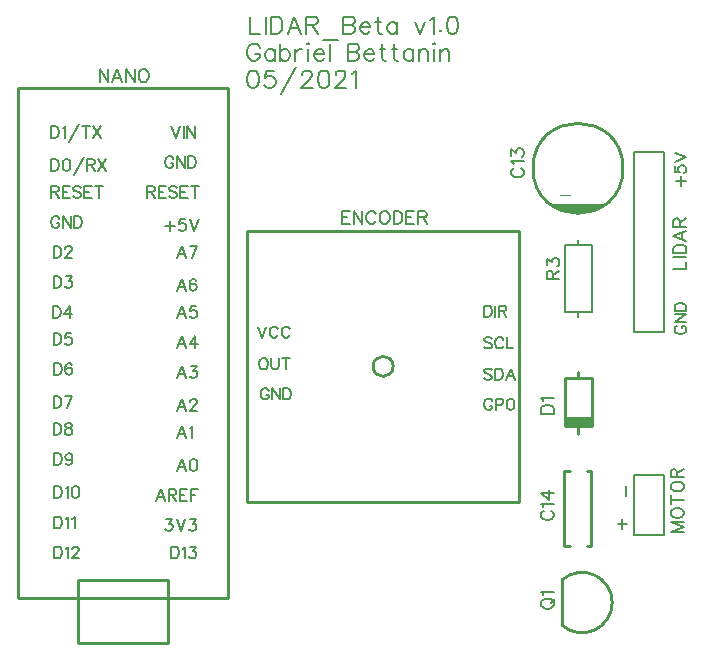
<source format=gto>
G04 Layer: TopSilkLayer*
G04 EasyEDA v6.4.19.5, 2021-05-27T00:11:37--3:00*
G04 bf34132eec9142e49db4406177482e83,59636247558045d2802cba280e4ac9d9,10*
G04 Gerber Generator version 0.2*
G04 Scale: 100 percent, Rotated: No, Reflected: No *
G04 Dimensions in millimeters *
G04 leading zeros omitted , absolute positions ,4 integer and 5 decimal *
%FSLAX45Y45*%
%MOMM*%

%ADD10C,0.2540*%
%ADD19C,0.2007*%
%ADD20C,0.1501*%
%ADD21C,0.2286*%
%ADD22C,0.2032*%
%ADD23C,0.2030*%
%ADD24C,0.1016*%

%LPD*%
D22*
X2091690Y5303786D02*
G01*
X2070861Y5296928D01*
X2056891Y5276100D01*
X2050034Y5241556D01*
X2050034Y5220728D01*
X2056891Y5185930D01*
X2070861Y5165356D01*
X2091690Y5158244D01*
X2105406Y5158244D01*
X2126234Y5165356D01*
X2139950Y5185930D01*
X2147061Y5220728D01*
X2147061Y5241556D01*
X2139950Y5276100D01*
X2126234Y5296928D01*
X2105406Y5303786D01*
X2091690Y5303786D01*
X2275840Y5303786D02*
G01*
X2206497Y5303786D01*
X2199640Y5241556D01*
X2206497Y5248414D01*
X2227325Y5255272D01*
X2248154Y5255272D01*
X2268981Y5248414D01*
X2282697Y5234444D01*
X2289809Y5213616D01*
X2289809Y5199900D01*
X2282697Y5179072D01*
X2268981Y5165356D01*
X2248154Y5158244D01*
X2227325Y5158244D01*
X2206497Y5165356D01*
X2199640Y5172214D01*
X2192781Y5185930D01*
X2459990Y5331472D02*
G01*
X2335529Y5109730D01*
X2512822Y5269242D02*
G01*
X2512822Y5276100D01*
X2519679Y5289816D01*
X2526538Y5296928D01*
X2540508Y5303786D01*
X2568193Y5303786D01*
X2581909Y5296928D01*
X2589022Y5289816D01*
X2595879Y5276100D01*
X2595879Y5262130D01*
X2589022Y5248414D01*
X2575052Y5227586D01*
X2505709Y5158244D01*
X2602738Y5158244D01*
X2690113Y5303786D02*
G01*
X2669286Y5296928D01*
X2655570Y5276100D01*
X2648458Y5241556D01*
X2648458Y5220728D01*
X2655570Y5185930D01*
X2669286Y5165356D01*
X2690113Y5158244D01*
X2703829Y5158244D01*
X2724658Y5165356D01*
X2738627Y5185930D01*
X2745486Y5220728D01*
X2745486Y5241556D01*
X2738627Y5276100D01*
X2724658Y5296928D01*
X2703829Y5303786D01*
X2690113Y5303786D01*
X2798063Y5269242D02*
G01*
X2798063Y5276100D01*
X2805175Y5289816D01*
X2812034Y5296928D01*
X2825750Y5303786D01*
X2853690Y5303786D01*
X2867406Y5296928D01*
X2874263Y5289816D01*
X2881375Y5276100D01*
X2881375Y5262130D01*
X2874263Y5248414D01*
X2860547Y5227586D01*
X2791206Y5158244D01*
X2888234Y5158244D01*
X2933954Y5276100D02*
G01*
X2947670Y5282958D01*
X2968497Y5303786D01*
X2968497Y5158244D01*
X2153886Y5497725D02*
G01*
X2147028Y5511695D01*
X2133058Y5525411D01*
X2119342Y5532269D01*
X2091656Y5532269D01*
X2077686Y5525411D01*
X2063970Y5511695D01*
X2056858Y5497725D01*
X2050000Y5476897D01*
X2050000Y5442353D01*
X2056858Y5421525D01*
X2063970Y5407809D01*
X2077686Y5393839D01*
X2091656Y5386981D01*
X2119342Y5386981D01*
X2133058Y5393839D01*
X2147028Y5407809D01*
X2153886Y5421525D01*
X2153886Y5442353D01*
X2119342Y5442353D02*
G01*
X2153886Y5442353D01*
X2282664Y5484009D02*
G01*
X2282664Y5386981D01*
X2282664Y5463181D02*
G01*
X2268948Y5476897D01*
X2254978Y5484009D01*
X2234150Y5484009D01*
X2220434Y5476897D01*
X2206464Y5463181D01*
X2199606Y5442353D01*
X2199606Y5428383D01*
X2206464Y5407809D01*
X2220434Y5393839D01*
X2234150Y5386981D01*
X2254978Y5386981D01*
X2268948Y5393839D01*
X2282664Y5407809D01*
X2328384Y5532269D02*
G01*
X2328384Y5386981D01*
X2328384Y5463181D02*
G01*
X2342354Y5476897D01*
X2356070Y5484009D01*
X2376898Y5484009D01*
X2390868Y5476897D01*
X2404584Y5463181D01*
X2411696Y5442353D01*
X2411696Y5428383D01*
X2404584Y5407809D01*
X2390868Y5393839D01*
X2376898Y5386981D01*
X2356070Y5386981D01*
X2342354Y5393839D01*
X2328384Y5407809D01*
X2457416Y5484009D02*
G01*
X2457416Y5386981D01*
X2457416Y5442353D02*
G01*
X2464274Y5463181D01*
X2477990Y5476897D01*
X2491960Y5484009D01*
X2512788Y5484009D01*
X2558508Y5532269D02*
G01*
X2565366Y5525411D01*
X2572224Y5532269D01*
X2565366Y5539381D01*
X2558508Y5532269D01*
X2565366Y5484009D02*
G01*
X2565366Y5386981D01*
X2617944Y5442353D02*
G01*
X2701256Y5442353D01*
X2701256Y5456069D01*
X2694144Y5470039D01*
X2687286Y5476897D01*
X2673570Y5484009D01*
X2652742Y5484009D01*
X2638772Y5476897D01*
X2625056Y5463181D01*
X2617944Y5442353D01*
X2617944Y5428383D01*
X2625056Y5407809D01*
X2638772Y5393839D01*
X2652742Y5386981D01*
X2673570Y5386981D01*
X2687286Y5393839D01*
X2701256Y5407809D01*
X2746976Y5532269D02*
G01*
X2746976Y5386981D01*
X2899376Y5532269D02*
G01*
X2899376Y5386981D01*
X2899376Y5532269D02*
G01*
X2961606Y5532269D01*
X2982434Y5525411D01*
X2989292Y5518553D01*
X2996150Y5504583D01*
X2996150Y5490867D01*
X2989292Y5476897D01*
X2982434Y5470039D01*
X2961606Y5463181D01*
X2899376Y5463181D02*
G01*
X2961606Y5463181D01*
X2982434Y5456069D01*
X2989292Y5449211D01*
X2996150Y5435495D01*
X2996150Y5414667D01*
X2989292Y5400697D01*
X2982434Y5393839D01*
X2961606Y5386981D01*
X2899376Y5386981D01*
X3041870Y5442353D02*
G01*
X3125182Y5442353D01*
X3125182Y5456069D01*
X3118070Y5470039D01*
X3111212Y5476897D01*
X3097496Y5484009D01*
X3076668Y5484009D01*
X3062698Y5476897D01*
X3048982Y5463181D01*
X3041870Y5442353D01*
X3041870Y5428383D01*
X3048982Y5407809D01*
X3062698Y5393839D01*
X3076668Y5386981D01*
X3097496Y5386981D01*
X3111212Y5393839D01*
X3125182Y5407809D01*
X3191730Y5532269D02*
G01*
X3191730Y5414667D01*
X3198588Y5393839D01*
X3212304Y5386981D01*
X3226274Y5386981D01*
X3170902Y5484009D02*
G01*
X3219416Y5484009D01*
X3292822Y5532269D02*
G01*
X3292822Y5414667D01*
X3299680Y5393839D01*
X3313650Y5386981D01*
X3327366Y5386981D01*
X3271994Y5484009D02*
G01*
X3320508Y5484009D01*
X3456144Y5484009D02*
G01*
X3456144Y5386981D01*
X3456144Y5463181D02*
G01*
X3442428Y5476897D01*
X3428458Y5484009D01*
X3407630Y5484009D01*
X3393914Y5476897D01*
X3379944Y5463181D01*
X3373086Y5442353D01*
X3373086Y5428383D01*
X3379944Y5407809D01*
X3393914Y5393839D01*
X3407630Y5386981D01*
X3428458Y5386981D01*
X3442428Y5393839D01*
X3456144Y5407809D01*
X3501864Y5484009D02*
G01*
X3501864Y5386981D01*
X3501864Y5456069D02*
G01*
X3522692Y5476897D01*
X3536662Y5484009D01*
X3557490Y5484009D01*
X3571206Y5476897D01*
X3578064Y5456069D01*
X3578064Y5386981D01*
X3623784Y5532269D02*
G01*
X3630896Y5525411D01*
X3637754Y5532269D01*
X3630896Y5539381D01*
X3623784Y5532269D01*
X3630896Y5484009D02*
G01*
X3630896Y5386981D01*
X3683474Y5484009D02*
G01*
X3683474Y5386981D01*
X3683474Y5456069D02*
G01*
X3704302Y5476897D01*
X3718018Y5484009D01*
X3738846Y5484009D01*
X3752816Y5476897D01*
X3759674Y5456069D01*
X3759674Y5386981D01*
X2075434Y5760986D02*
G01*
X2075434Y5615444D01*
X2075434Y5615444D02*
G01*
X2158491Y5615444D01*
X2204211Y5760986D02*
G01*
X2204211Y5615444D01*
X2249931Y5760986D02*
G01*
X2249931Y5615444D01*
X2249931Y5760986D02*
G01*
X2298445Y5760986D01*
X2319274Y5754128D01*
X2332990Y5740158D01*
X2340102Y5726442D01*
X2346959Y5705614D01*
X2346959Y5670816D01*
X2340102Y5650242D01*
X2332990Y5636272D01*
X2319274Y5622556D01*
X2298445Y5615444D01*
X2249931Y5615444D01*
X2448052Y5760986D02*
G01*
X2392679Y5615444D01*
X2448052Y5760986D02*
G01*
X2503424Y5615444D01*
X2413508Y5663958D02*
G01*
X2482850Y5663958D01*
X2549143Y5760986D02*
G01*
X2549143Y5615444D01*
X2549143Y5760986D02*
G01*
X2611627Y5760986D01*
X2632456Y5754128D01*
X2639313Y5747016D01*
X2646172Y5733300D01*
X2646172Y5719330D01*
X2639313Y5705614D01*
X2632456Y5698756D01*
X2611627Y5691644D01*
X2549143Y5691644D01*
X2597658Y5691644D02*
G01*
X2646172Y5615444D01*
X2691891Y5566930D02*
G01*
X2816606Y5566930D01*
X2862325Y5760986D02*
G01*
X2862325Y5615444D01*
X2862325Y5760986D02*
G01*
X2924809Y5760986D01*
X2945384Y5754128D01*
X2952495Y5747016D01*
X2959354Y5733300D01*
X2959354Y5719330D01*
X2952495Y5705614D01*
X2945384Y5698756D01*
X2924809Y5691644D01*
X2862325Y5691644D02*
G01*
X2924809Y5691644D01*
X2945384Y5684786D01*
X2952495Y5677928D01*
X2959354Y5663958D01*
X2959354Y5643130D01*
X2952495Y5629414D01*
X2945384Y5622556D01*
X2924809Y5615444D01*
X2862325Y5615444D01*
X3005074Y5670816D02*
G01*
X3088131Y5670816D01*
X3088131Y5684786D01*
X3081274Y5698756D01*
X3074415Y5705614D01*
X3060445Y5712472D01*
X3039618Y5712472D01*
X3025902Y5705614D01*
X3011931Y5691644D01*
X3005074Y5670816D01*
X3005074Y5657100D01*
X3011931Y5636272D01*
X3025902Y5622556D01*
X3039618Y5615444D01*
X3060445Y5615444D01*
X3074415Y5622556D01*
X3088131Y5636272D01*
X3154679Y5760986D02*
G01*
X3154679Y5643130D01*
X3161538Y5622556D01*
X3175508Y5615444D01*
X3189224Y5615444D01*
X3133852Y5712472D02*
G01*
X3182365Y5712472D01*
X3318256Y5712472D02*
G01*
X3318256Y5615444D01*
X3318256Y5691644D02*
G01*
X3304286Y5705614D01*
X3290570Y5712472D01*
X3269741Y5712472D01*
X3255772Y5705614D01*
X3242056Y5691644D01*
X3234943Y5670816D01*
X3234943Y5657100D01*
X3242056Y5636272D01*
X3255772Y5622556D01*
X3269741Y5615444D01*
X3290570Y5615444D01*
X3304286Y5622556D01*
X3318256Y5636272D01*
X3470656Y5712472D02*
G01*
X3512058Y5615444D01*
X3553713Y5712472D02*
G01*
X3512058Y5615444D01*
X3599434Y5733300D02*
G01*
X3613150Y5740158D01*
X3633977Y5760986D01*
X3633977Y5615444D01*
X3686809Y5650242D02*
G01*
X3679697Y5643130D01*
X3686809Y5636272D01*
X3693668Y5643130D01*
X3686809Y5650242D01*
X3780790Y5760986D02*
G01*
X3760215Y5754128D01*
X3746245Y5733300D01*
X3739388Y5698756D01*
X3739388Y5677928D01*
X3746245Y5643130D01*
X3760215Y5622556D01*
X3780790Y5615444D01*
X3794759Y5615444D01*
X3815588Y5622556D01*
X3829304Y5643130D01*
X3836415Y5677928D01*
X3836415Y5698756D01*
X3829304Y5733300D01*
X3815588Y5754128D01*
X3794759Y5760986D01*
X3780790Y5760986D01*
X5252874Y1699889D02*
G01*
X5252874Y1783201D01*
X5691543Y3144641D02*
G01*
X5682145Y3140069D01*
X5673001Y3130671D01*
X5668429Y3121527D01*
X5668429Y3102985D01*
X5673001Y3093841D01*
X5682145Y3084443D01*
X5691543Y3079871D01*
X5705259Y3075299D01*
X5728373Y3075299D01*
X5742343Y3079871D01*
X5751487Y3084443D01*
X5760631Y3093841D01*
X5765457Y3102985D01*
X5765457Y3121527D01*
X5760631Y3130671D01*
X5751487Y3140069D01*
X5742343Y3144641D01*
X5728373Y3144641D01*
X5728373Y3121527D02*
G01*
X5728373Y3144641D01*
X5668429Y3175121D02*
G01*
X5765457Y3175121D01*
X5668429Y3175121D02*
G01*
X5765457Y3239637D01*
X5668429Y3239637D02*
G01*
X5765457Y3239637D01*
X5668429Y3270117D02*
G01*
X5765457Y3270117D01*
X5668429Y3270117D02*
G01*
X5668429Y3302629D01*
X5673001Y3316345D01*
X5682145Y3325489D01*
X5691543Y3330315D01*
X5705259Y3334887D01*
X5728373Y3334887D01*
X5742343Y3330315D01*
X5751487Y3325489D01*
X5760631Y3316345D01*
X5765457Y3302629D01*
X5765457Y3270117D01*
X5185069Y1466883D02*
G01*
X5268381Y1466883D01*
X5226725Y1425227D02*
G01*
X5226725Y1508539D01*
X5682145Y4366955D02*
G01*
X5765457Y4366955D01*
X5723801Y4325299D02*
G01*
X5723801Y4408357D01*
X5668429Y4494209D02*
G01*
X5668429Y4448235D01*
X5709831Y4443409D01*
X5705259Y4448235D01*
X5700687Y4461951D01*
X5700687Y4475921D01*
X5705259Y4489637D01*
X5714657Y4499035D01*
X5728373Y4503607D01*
X5737771Y4503607D01*
X5751487Y4499035D01*
X5760631Y4489637D01*
X5765457Y4475921D01*
X5765457Y4461951D01*
X5760631Y4448235D01*
X5756059Y4443409D01*
X5746915Y4438837D01*
X5668429Y4534087D02*
G01*
X5765457Y4570917D01*
X5668429Y4608001D02*
G01*
X5765457Y4570917D01*
D23*
X5658462Y3625225D02*
G01*
X5767428Y3625225D01*
X5767428Y3625225D02*
G01*
X5767428Y3687709D01*
X5658462Y3721999D02*
G01*
X5767428Y3721999D01*
X5658462Y3756289D02*
G01*
X5767428Y3756289D01*
X5658462Y3756289D02*
G01*
X5658462Y3792611D01*
X5663542Y3808105D01*
X5673956Y3818519D01*
X5684370Y3823853D01*
X5699864Y3828933D01*
X5726026Y3828933D01*
X5741520Y3823853D01*
X5751934Y3818519D01*
X5762348Y3808105D01*
X5767428Y3792611D01*
X5767428Y3756289D01*
X5658462Y3904879D02*
G01*
X5767428Y3863223D01*
X5658462Y3904879D02*
G01*
X5767428Y3946535D01*
X5731106Y3878971D02*
G01*
X5731106Y3930787D01*
X5658462Y3980825D02*
G01*
X5767428Y3980825D01*
X5658462Y3980825D02*
G01*
X5658462Y4027561D01*
X5663542Y4043055D01*
X5668876Y4048135D01*
X5679290Y4053469D01*
X5689450Y4053469D01*
X5699864Y4048135D01*
X5705198Y4043055D01*
X5710278Y4027561D01*
X5710278Y3980825D01*
X5710278Y4017147D02*
G01*
X5767428Y4053469D01*
X5634525Y1399854D02*
G01*
X5743745Y1399854D01*
X5634525Y1399854D02*
G01*
X5743745Y1441510D01*
X5634525Y1483166D02*
G01*
X5743745Y1441510D01*
X5634525Y1483166D02*
G01*
X5743745Y1483166D01*
X5634525Y1548444D02*
G01*
X5639859Y1538284D01*
X5650273Y1527870D01*
X5660687Y1522536D01*
X5676181Y1517456D01*
X5702089Y1517456D01*
X5717837Y1522536D01*
X5727997Y1527870D01*
X5738411Y1538284D01*
X5743745Y1548444D01*
X5743745Y1569272D01*
X5738411Y1579686D01*
X5727997Y1590100D01*
X5717837Y1595434D01*
X5702089Y1600514D01*
X5676181Y1600514D01*
X5660687Y1595434D01*
X5650273Y1590100D01*
X5639859Y1579686D01*
X5634525Y1569272D01*
X5634525Y1548444D01*
X5634525Y1671126D02*
G01*
X5743745Y1671126D01*
X5634525Y1634804D02*
G01*
X5634525Y1707448D01*
X5634525Y1772980D02*
G01*
X5639859Y1762566D01*
X5650273Y1752152D01*
X5660687Y1747072D01*
X5676181Y1741738D01*
X5702089Y1741738D01*
X5717837Y1747072D01*
X5727997Y1752152D01*
X5738411Y1762566D01*
X5743745Y1772980D01*
X5743745Y1793808D01*
X5738411Y1804222D01*
X5727997Y1814636D01*
X5717837Y1819716D01*
X5702089Y1825050D01*
X5676181Y1825050D01*
X5660687Y1819716D01*
X5650273Y1814636D01*
X5639859Y1804222D01*
X5634525Y1793808D01*
X5634525Y1772980D01*
X5634525Y1859340D02*
G01*
X5743745Y1859340D01*
X5634525Y1859340D02*
G01*
X5634525Y1906076D01*
X5639859Y1921570D01*
X5644939Y1926904D01*
X5655353Y1931984D01*
X5665767Y1931984D01*
X5676181Y1926904D01*
X5681261Y1921570D01*
X5686595Y1906076D01*
X5686595Y1859340D01*
X5686595Y1895662D02*
G01*
X5743745Y1931984D01*
X800102Y5315211D02*
G01*
X800102Y5206245D01*
X800102Y5315211D02*
G01*
X872746Y5206245D01*
X872746Y5315211D02*
G01*
X872746Y5206245D01*
X948692Y5315211D02*
G01*
X907036Y5206245D01*
X948692Y5315211D02*
G01*
X990094Y5206245D01*
X922530Y5242567D02*
G01*
X974600Y5242567D01*
X1024384Y5315211D02*
G01*
X1024384Y5206245D01*
X1024384Y5315211D02*
G01*
X1097282Y5206245D01*
X1097282Y5315211D02*
G01*
X1097282Y5206245D01*
X1162560Y5315211D02*
G01*
X1152146Y5310131D01*
X1141986Y5299717D01*
X1136652Y5289303D01*
X1131572Y5273555D01*
X1131572Y5247647D01*
X1136652Y5232153D01*
X1141986Y5221739D01*
X1152146Y5211325D01*
X1162560Y5206245D01*
X1183388Y5206245D01*
X1193802Y5211325D01*
X1204216Y5221739D01*
X1209296Y5232153D01*
X1214630Y5247647D01*
X1214630Y5273555D01*
X1209296Y5289303D01*
X1204216Y5299717D01*
X1193802Y5310131D01*
X1183388Y5315211D01*
X1162560Y5315211D01*
D22*
X390400Y4833373D02*
G01*
X390400Y4736345D01*
X390400Y4833373D02*
G01*
X422658Y4833373D01*
X436628Y4828801D01*
X445772Y4819657D01*
X450344Y4810259D01*
X455170Y4796543D01*
X455170Y4773429D01*
X450344Y4759459D01*
X445772Y4750315D01*
X436628Y4741171D01*
X422658Y4736345D01*
X390400Y4736345D01*
X485650Y4814831D02*
G01*
X494794Y4819657D01*
X508510Y4833373D01*
X508510Y4736345D01*
X622302Y4851915D02*
G01*
X538990Y4704087D01*
X685040Y4833373D02*
G01*
X685040Y4736345D01*
X652782Y4833373D02*
G01*
X717298Y4833373D01*
X747778Y4833373D02*
G01*
X812548Y4736345D01*
X812548Y4833373D02*
G01*
X747778Y4736345D01*
X1424942Y4556259D02*
G01*
X1420370Y4565657D01*
X1410972Y4574801D01*
X1401828Y4579373D01*
X1383286Y4579373D01*
X1374142Y4574801D01*
X1364744Y4565657D01*
X1360172Y4556259D01*
X1355600Y4542543D01*
X1355600Y4519429D01*
X1360172Y4505459D01*
X1364744Y4496315D01*
X1374142Y4487171D01*
X1383286Y4482345D01*
X1401828Y4482345D01*
X1410972Y4487171D01*
X1420370Y4496315D01*
X1424942Y4505459D01*
X1424942Y4519429D01*
X1401828Y4519429D02*
G01*
X1424942Y4519429D01*
X1455422Y4579373D02*
G01*
X1455422Y4482345D01*
X1455422Y4579373D02*
G01*
X1519938Y4482345D01*
X1519938Y4579373D02*
G01*
X1519938Y4482345D01*
X1550418Y4579373D02*
G01*
X1550418Y4482345D01*
X1550418Y4579373D02*
G01*
X1582930Y4579373D01*
X1596646Y4574801D01*
X1605790Y4565657D01*
X1610616Y4556259D01*
X1615188Y4542543D01*
X1615188Y4519429D01*
X1610616Y4505459D01*
X1605790Y4496315D01*
X1596646Y4487171D01*
X1582930Y4482345D01*
X1550418Y4482345D01*
X1397256Y4032257D02*
G01*
X1397256Y3948945D01*
X1355600Y3990601D02*
G01*
X1438658Y3990601D01*
X1524510Y4045973D02*
G01*
X1478536Y4045973D01*
X1473710Y4004571D01*
X1478536Y4009143D01*
X1492252Y4013715D01*
X1506222Y4013715D01*
X1519938Y4009143D01*
X1529336Y3999745D01*
X1533908Y3986029D01*
X1533908Y3976631D01*
X1529336Y3962915D01*
X1519938Y3953771D01*
X1506222Y3948945D01*
X1492252Y3948945D01*
X1478536Y3953771D01*
X1473710Y3958343D01*
X1469138Y3967487D01*
X1564388Y4045973D02*
G01*
X1601218Y3948945D01*
X1638302Y4045973D02*
G01*
X1601218Y3948945D01*
X415800Y1273817D02*
G01*
X415800Y1176789D01*
X415800Y1273817D02*
G01*
X448058Y1273817D01*
X462028Y1268991D01*
X471172Y1259847D01*
X475744Y1250703D01*
X480570Y1236733D01*
X480570Y1213619D01*
X475744Y1199903D01*
X471172Y1190505D01*
X462028Y1181361D01*
X448058Y1176789D01*
X415800Y1176789D01*
X511050Y1255275D02*
G01*
X520194Y1259847D01*
X533910Y1273817D01*
X533910Y1176789D01*
X569216Y1250703D02*
G01*
X569216Y1255275D01*
X573788Y1264419D01*
X578360Y1268991D01*
X587504Y1273817D01*
X606046Y1273817D01*
X615190Y1268991D01*
X620016Y1264419D01*
X624588Y1255275D01*
X624588Y1246131D01*
X620016Y1236733D01*
X610618Y1223017D01*
X564390Y1176789D01*
X629160Y1176789D01*
X1406400Y4833373D02*
G01*
X1443230Y4736345D01*
X1480314Y4833373D02*
G01*
X1443230Y4736345D01*
X1510794Y4833373D02*
G01*
X1510794Y4736345D01*
X1541274Y4833373D02*
G01*
X1541274Y4736345D01*
X1541274Y4833373D02*
G01*
X1605790Y4736345D01*
X1605790Y4833373D02*
G01*
X1605790Y4736345D01*
X1406400Y1273817D02*
G01*
X1406400Y1176789D01*
X1406400Y1273817D02*
G01*
X1438658Y1273817D01*
X1452628Y1268991D01*
X1461772Y1259847D01*
X1466344Y1250703D01*
X1471170Y1236733D01*
X1471170Y1213619D01*
X1466344Y1199903D01*
X1461772Y1190505D01*
X1452628Y1181361D01*
X1438658Y1176789D01*
X1406400Y1176789D01*
X1501650Y1255275D02*
G01*
X1510794Y1259847D01*
X1524510Y1273817D01*
X1524510Y1176789D01*
X1564388Y1273817D02*
G01*
X1615188Y1273817D01*
X1587502Y1236733D01*
X1601218Y1236733D01*
X1610616Y1232161D01*
X1615188Y1227589D01*
X1619760Y1213619D01*
X1619760Y1204475D01*
X1615188Y1190505D01*
X1605790Y1181361D01*
X1592074Y1176789D01*
X1578104Y1176789D01*
X1564388Y1181361D01*
X1559816Y1185933D01*
X1554990Y1195331D01*
X459742Y4048259D02*
G01*
X455170Y4057657D01*
X445772Y4066801D01*
X436628Y4071373D01*
X418086Y4071373D01*
X408942Y4066801D01*
X399544Y4057657D01*
X394972Y4048259D01*
X390400Y4034543D01*
X390400Y4011429D01*
X394972Y3997459D01*
X399544Y3988315D01*
X408942Y3979171D01*
X418086Y3974345D01*
X436628Y3974345D01*
X445772Y3979171D01*
X455170Y3988315D01*
X459742Y3997459D01*
X459742Y4011429D01*
X436628Y4011429D02*
G01*
X459742Y4011429D01*
X490222Y4071373D02*
G01*
X490222Y3974345D01*
X490222Y4071373D02*
G01*
X554738Y3974345D01*
X554738Y4071373D02*
G01*
X554738Y3974345D01*
X585218Y4071373D02*
G01*
X585218Y3974345D01*
X585218Y4071373D02*
G01*
X617730Y4071373D01*
X631446Y4066801D01*
X640590Y4057657D01*
X645416Y4048259D01*
X649988Y4034543D01*
X649988Y4011429D01*
X645416Y3997459D01*
X640590Y3988315D01*
X631446Y3979171D01*
X617730Y3974345D01*
X585218Y3974345D01*
X390400Y4553973D02*
G01*
X390400Y4456945D01*
X390400Y4553973D02*
G01*
X422658Y4553973D01*
X436628Y4549401D01*
X445772Y4540257D01*
X450344Y4530859D01*
X455170Y4517143D01*
X455170Y4494029D01*
X450344Y4480059D01*
X445772Y4470915D01*
X436628Y4461771D01*
X422658Y4456945D01*
X390400Y4456945D01*
X513336Y4553973D02*
G01*
X499366Y4549401D01*
X490222Y4535431D01*
X485650Y4512571D01*
X485650Y4498601D01*
X490222Y4475487D01*
X499366Y4461771D01*
X513336Y4456945D01*
X522480Y4456945D01*
X536450Y4461771D01*
X545594Y4475487D01*
X550166Y4498601D01*
X550166Y4512571D01*
X545594Y4535431D01*
X536450Y4549401D01*
X522480Y4553973D01*
X513336Y4553973D01*
X663704Y4572515D02*
G01*
X580646Y4424687D01*
X694184Y4553973D02*
G01*
X694184Y4456945D01*
X694184Y4553973D02*
G01*
X735840Y4553973D01*
X749810Y4549401D01*
X754382Y4544829D01*
X758954Y4535431D01*
X758954Y4526287D01*
X754382Y4517143D01*
X749810Y4512571D01*
X735840Y4507745D01*
X694184Y4507745D01*
X726696Y4507745D02*
G01*
X758954Y4456945D01*
X789434Y4553973D02*
G01*
X853950Y4456945D01*
X853950Y4553973D02*
G01*
X789434Y4456945D01*
X390400Y4325373D02*
G01*
X390400Y4228345D01*
X390400Y4325373D02*
G01*
X432056Y4325373D01*
X445772Y4320801D01*
X450344Y4316229D01*
X455170Y4306831D01*
X455170Y4297687D01*
X450344Y4288543D01*
X445772Y4283971D01*
X432056Y4279145D01*
X390400Y4279145D01*
X422658Y4279145D02*
G01*
X455170Y4228345D01*
X485650Y4325373D02*
G01*
X485650Y4228345D01*
X485650Y4325373D02*
G01*
X545594Y4325373D01*
X485650Y4279145D02*
G01*
X522480Y4279145D01*
X485650Y4228345D02*
G01*
X545594Y4228345D01*
X640590Y4311657D02*
G01*
X631446Y4320801D01*
X617730Y4325373D01*
X599188Y4325373D01*
X585218Y4320801D01*
X576074Y4311657D01*
X576074Y4302259D01*
X580646Y4293115D01*
X585218Y4288543D01*
X594616Y4283971D01*
X622302Y4274573D01*
X631446Y4270001D01*
X636018Y4265429D01*
X640590Y4256031D01*
X640590Y4242315D01*
X631446Y4233171D01*
X617730Y4228345D01*
X599188Y4228345D01*
X585218Y4233171D01*
X576074Y4242315D01*
X671070Y4325373D02*
G01*
X671070Y4228345D01*
X671070Y4325373D02*
G01*
X731268Y4325373D01*
X671070Y4279145D02*
G01*
X708154Y4279145D01*
X671070Y4228345D02*
G01*
X731268Y4228345D01*
X794006Y4325373D02*
G01*
X794006Y4228345D01*
X761748Y4325373D02*
G01*
X826264Y4325373D01*
X409450Y3817373D02*
G01*
X409450Y3720345D01*
X409450Y3817373D02*
G01*
X441708Y3817373D01*
X455678Y3812801D01*
X464822Y3803657D01*
X469394Y3794259D01*
X474220Y3780543D01*
X474220Y3757429D01*
X469394Y3743459D01*
X464822Y3734315D01*
X455678Y3725171D01*
X441708Y3720345D01*
X409450Y3720345D01*
X509272Y3794259D02*
G01*
X509272Y3798831D01*
X513844Y3808229D01*
X518416Y3812801D01*
X527560Y3817373D01*
X546102Y3817373D01*
X555500Y3812801D01*
X560072Y3808229D01*
X564644Y3798831D01*
X564644Y3789687D01*
X560072Y3780543D01*
X550674Y3766573D01*
X504700Y3720345D01*
X569216Y3720345D01*
X409450Y3563373D02*
G01*
X409450Y3466345D01*
X409450Y3563373D02*
G01*
X441708Y3563373D01*
X455678Y3558801D01*
X464822Y3549657D01*
X469394Y3540259D01*
X474220Y3526543D01*
X474220Y3503429D01*
X469394Y3489459D01*
X464822Y3480315D01*
X455678Y3471171D01*
X441708Y3466345D01*
X409450Y3466345D01*
X513844Y3563373D02*
G01*
X564644Y3563373D01*
X536958Y3526543D01*
X550674Y3526543D01*
X560072Y3521971D01*
X564644Y3517145D01*
X569216Y3503429D01*
X569216Y3494031D01*
X564644Y3480315D01*
X555500Y3471171D01*
X541530Y3466345D01*
X527560Y3466345D01*
X513844Y3471171D01*
X509272Y3475743D01*
X504700Y3484887D01*
X404878Y3309373D02*
G01*
X404878Y3212345D01*
X404878Y3309373D02*
G01*
X437136Y3309373D01*
X451106Y3304801D01*
X460250Y3295657D01*
X464822Y3286259D01*
X469648Y3272543D01*
X469648Y3249429D01*
X464822Y3235459D01*
X460250Y3226315D01*
X451106Y3217171D01*
X437136Y3212345D01*
X404878Y3212345D01*
X546102Y3309373D02*
G01*
X500128Y3244857D01*
X569216Y3244857D01*
X546102Y3309373D02*
G01*
X546102Y3212345D01*
X409450Y3080773D02*
G01*
X409450Y2983745D01*
X409450Y3080773D02*
G01*
X441708Y3080773D01*
X455678Y3076201D01*
X464822Y3067057D01*
X469394Y3057659D01*
X474220Y3043943D01*
X474220Y3020829D01*
X469394Y3006859D01*
X464822Y2997715D01*
X455678Y2988571D01*
X441708Y2983745D01*
X409450Y2983745D01*
X560072Y3080773D02*
G01*
X513844Y3080773D01*
X509272Y3039371D01*
X513844Y3043943D01*
X527560Y3048515D01*
X541530Y3048515D01*
X555500Y3043943D01*
X564644Y3034545D01*
X569216Y3020829D01*
X569216Y3011431D01*
X564644Y2997715D01*
X555500Y2988571D01*
X541530Y2983745D01*
X527560Y2983745D01*
X513844Y2988571D01*
X509272Y2993143D01*
X504700Y3002287D01*
X414022Y2826773D02*
G01*
X414022Y2729745D01*
X414022Y2826773D02*
G01*
X446280Y2826773D01*
X460250Y2822201D01*
X469394Y2813057D01*
X473966Y2803659D01*
X478792Y2789943D01*
X478792Y2766829D01*
X473966Y2752859D01*
X469394Y2743715D01*
X460250Y2734571D01*
X446280Y2729745D01*
X414022Y2729745D01*
X564644Y2813057D02*
G01*
X560072Y2822201D01*
X546102Y2826773D01*
X536958Y2826773D01*
X522988Y2822201D01*
X513844Y2808231D01*
X509272Y2785371D01*
X509272Y2762257D01*
X513844Y2743715D01*
X522988Y2734571D01*
X536958Y2729745D01*
X541530Y2729745D01*
X555246Y2734571D01*
X564644Y2743715D01*
X569216Y2757431D01*
X569216Y2762257D01*
X564644Y2775973D01*
X555246Y2785371D01*
X541530Y2789943D01*
X536958Y2789943D01*
X522988Y2785371D01*
X513844Y2775973D01*
X509272Y2762257D01*
X409450Y2547373D02*
G01*
X409450Y2450345D01*
X409450Y2547373D02*
G01*
X441708Y2547373D01*
X455678Y2542801D01*
X464822Y2533657D01*
X469394Y2524259D01*
X474220Y2510543D01*
X474220Y2487429D01*
X469394Y2473459D01*
X464822Y2464315D01*
X455678Y2455171D01*
X441708Y2450345D01*
X409450Y2450345D01*
X569216Y2547373D02*
G01*
X522988Y2450345D01*
X504700Y2547373D02*
G01*
X569216Y2547373D01*
X409450Y2318773D02*
G01*
X409450Y2221745D01*
X409450Y2318773D02*
G01*
X441708Y2318773D01*
X455678Y2314201D01*
X464822Y2305057D01*
X469394Y2295659D01*
X474220Y2281943D01*
X474220Y2258829D01*
X469394Y2244859D01*
X464822Y2235715D01*
X455678Y2226571D01*
X441708Y2221745D01*
X409450Y2221745D01*
X527560Y2318773D02*
G01*
X513844Y2314201D01*
X509272Y2305057D01*
X509272Y2295659D01*
X513844Y2286515D01*
X522988Y2281943D01*
X541530Y2277371D01*
X555500Y2272545D01*
X564644Y2263401D01*
X569216Y2254257D01*
X569216Y2240287D01*
X564644Y2231143D01*
X560072Y2226571D01*
X546102Y2221745D01*
X527560Y2221745D01*
X513844Y2226571D01*
X509272Y2231143D01*
X504700Y2240287D01*
X504700Y2254257D01*
X509272Y2263401D01*
X518416Y2272545D01*
X532386Y2277371D01*
X550674Y2281943D01*
X560072Y2286515D01*
X564644Y2295659D01*
X564644Y2305057D01*
X560072Y2314201D01*
X546102Y2318773D01*
X527560Y2318773D01*
X414022Y2064773D02*
G01*
X414022Y1967745D01*
X414022Y2064773D02*
G01*
X446280Y2064773D01*
X460250Y2060201D01*
X469394Y2051057D01*
X473966Y2041659D01*
X478792Y2027943D01*
X478792Y2004829D01*
X473966Y1990859D01*
X469394Y1981715D01*
X460250Y1972571D01*
X446280Y1967745D01*
X414022Y1967745D01*
X569216Y2032515D02*
G01*
X564644Y2018545D01*
X555246Y2009401D01*
X541530Y2004829D01*
X536958Y2004829D01*
X522988Y2009401D01*
X513844Y2018545D01*
X509272Y2032515D01*
X509272Y2037087D01*
X513844Y2051057D01*
X522988Y2060201D01*
X536958Y2064773D01*
X541530Y2064773D01*
X555246Y2060201D01*
X564644Y2051057D01*
X569216Y2032515D01*
X569216Y2009401D01*
X564644Y1986287D01*
X555246Y1972571D01*
X541530Y1967745D01*
X532132Y1967745D01*
X518416Y1972571D01*
X513844Y1981715D01*
X415800Y1785373D02*
G01*
X415800Y1688345D01*
X415800Y1785373D02*
G01*
X448058Y1785373D01*
X462028Y1780801D01*
X471172Y1771657D01*
X475744Y1762259D01*
X480570Y1748543D01*
X480570Y1725429D01*
X475744Y1711459D01*
X471172Y1702315D01*
X462028Y1693171D01*
X448058Y1688345D01*
X415800Y1688345D01*
X511050Y1766831D02*
G01*
X520194Y1771657D01*
X533910Y1785373D01*
X533910Y1688345D01*
X592330Y1785373D02*
G01*
X578360Y1780801D01*
X569216Y1766831D01*
X564390Y1743971D01*
X564390Y1730001D01*
X569216Y1706887D01*
X578360Y1693171D01*
X592330Y1688345D01*
X601474Y1688345D01*
X615190Y1693171D01*
X624588Y1706887D01*
X629160Y1730001D01*
X629160Y1743971D01*
X624588Y1766831D01*
X615190Y1780801D01*
X601474Y1785373D01*
X592330Y1785373D01*
X415800Y1527817D02*
G01*
X415800Y1430789D01*
X415800Y1527817D02*
G01*
X448058Y1527817D01*
X462028Y1522991D01*
X471172Y1513847D01*
X475744Y1504703D01*
X480570Y1490733D01*
X480570Y1467619D01*
X475744Y1453903D01*
X471172Y1444505D01*
X462028Y1435361D01*
X448058Y1430789D01*
X415800Y1430789D01*
X511050Y1509275D02*
G01*
X520194Y1513847D01*
X533910Y1527817D01*
X533910Y1430789D01*
X564390Y1509275D02*
G01*
X573788Y1513847D01*
X587504Y1527817D01*
X587504Y1430789D01*
X1364744Y1505973D02*
G01*
X1415544Y1505973D01*
X1387858Y1469143D01*
X1401828Y1469143D01*
X1410972Y1464571D01*
X1415544Y1459745D01*
X1420370Y1446029D01*
X1420370Y1436631D01*
X1415544Y1422915D01*
X1406400Y1413771D01*
X1392430Y1408945D01*
X1378714Y1408945D01*
X1364744Y1413771D01*
X1360172Y1418343D01*
X1355600Y1427487D01*
X1450850Y1505973D02*
G01*
X1487680Y1408945D01*
X1524510Y1505973D02*
G01*
X1487680Y1408945D01*
X1564388Y1505973D02*
G01*
X1615188Y1505973D01*
X1587502Y1469143D01*
X1601218Y1469143D01*
X1610616Y1464571D01*
X1615188Y1459745D01*
X1619760Y1446029D01*
X1619760Y1436631D01*
X1615188Y1422915D01*
X1605790Y1413771D01*
X1592074Y1408945D01*
X1578104Y1408945D01*
X1564388Y1413771D01*
X1559816Y1418343D01*
X1554990Y1427487D01*
X1316230Y1759973D02*
G01*
X1279400Y1662945D01*
X1316230Y1759973D02*
G01*
X1353314Y1662945D01*
X1293370Y1695457D02*
G01*
X1339344Y1695457D01*
X1383794Y1759973D02*
G01*
X1383794Y1662945D01*
X1383794Y1759973D02*
G01*
X1425450Y1759973D01*
X1439166Y1755401D01*
X1443738Y1750829D01*
X1448310Y1741431D01*
X1448310Y1732287D01*
X1443738Y1723143D01*
X1439166Y1718571D01*
X1425450Y1713745D01*
X1383794Y1713745D01*
X1416052Y1713745D02*
G01*
X1448310Y1662945D01*
X1478790Y1759973D02*
G01*
X1478790Y1662945D01*
X1478790Y1759973D02*
G01*
X1538988Y1759973D01*
X1478790Y1713745D02*
G01*
X1515874Y1713745D01*
X1478790Y1662945D02*
G01*
X1538988Y1662945D01*
X1569468Y1759973D02*
G01*
X1569468Y1662945D01*
X1569468Y1759973D02*
G01*
X1629412Y1759973D01*
X1569468Y1713745D02*
G01*
X1606298Y1713745D01*
X1494030Y2013973D02*
G01*
X1457200Y1916945D01*
X1494030Y2013973D02*
G01*
X1531114Y1916945D01*
X1471170Y1949457D02*
G01*
X1517144Y1949457D01*
X1589280Y2013973D02*
G01*
X1575310Y2009401D01*
X1566166Y1995431D01*
X1561594Y1972571D01*
X1561594Y1958601D01*
X1566166Y1935487D01*
X1575310Y1921771D01*
X1589280Y1916945D01*
X1598424Y1916945D01*
X1612394Y1921771D01*
X1621538Y1935487D01*
X1626110Y1958601D01*
X1626110Y1972571D01*
X1621538Y1995431D01*
X1612394Y2009401D01*
X1598424Y2013973D01*
X1589280Y2013973D01*
X1494030Y2293373D02*
G01*
X1457200Y2196345D01*
X1494030Y2293373D02*
G01*
X1531114Y2196345D01*
X1471170Y2228857D02*
G01*
X1517144Y2228857D01*
X1561594Y2274831D02*
G01*
X1570738Y2279657D01*
X1584708Y2293373D01*
X1584708Y2196345D01*
X1494030Y2521973D02*
G01*
X1457200Y2424945D01*
X1494030Y2521973D02*
G01*
X1531114Y2424945D01*
X1471170Y2457457D02*
G01*
X1517144Y2457457D01*
X1566166Y2498859D02*
G01*
X1566166Y2503431D01*
X1570738Y2512829D01*
X1575310Y2517401D01*
X1584708Y2521973D01*
X1603250Y2521973D01*
X1612394Y2517401D01*
X1616966Y2512829D01*
X1621538Y2503431D01*
X1621538Y2494287D01*
X1616966Y2485143D01*
X1607822Y2471173D01*
X1561594Y2424945D01*
X1626110Y2424945D01*
X1494030Y2801373D02*
G01*
X1457200Y2704345D01*
X1494030Y2801373D02*
G01*
X1531114Y2704345D01*
X1471170Y2736857D02*
G01*
X1517144Y2736857D01*
X1570738Y2801373D02*
G01*
X1621538Y2801373D01*
X1593852Y2764543D01*
X1607822Y2764543D01*
X1616966Y2759971D01*
X1621538Y2755145D01*
X1626110Y2741429D01*
X1626110Y2732031D01*
X1621538Y2718315D01*
X1612394Y2709171D01*
X1598424Y2704345D01*
X1584708Y2704345D01*
X1570738Y2709171D01*
X1566166Y2713743D01*
X1561594Y2722887D01*
X1494030Y3055373D02*
G01*
X1457200Y2958345D01*
X1494030Y3055373D02*
G01*
X1531114Y2958345D01*
X1471170Y2990857D02*
G01*
X1517144Y2990857D01*
X1607822Y3055373D02*
G01*
X1561594Y2990857D01*
X1630936Y2990857D01*
X1607822Y3055373D02*
G01*
X1607822Y2958345D01*
X1494030Y3309373D02*
G01*
X1457200Y3212345D01*
X1494030Y3309373D02*
G01*
X1531114Y3212345D01*
X1471170Y3244857D02*
G01*
X1517144Y3244857D01*
X1616966Y3309373D02*
G01*
X1570738Y3309373D01*
X1566166Y3267971D01*
X1570738Y3272543D01*
X1584708Y3277115D01*
X1598424Y3277115D01*
X1612394Y3272543D01*
X1621538Y3263145D01*
X1626110Y3249429D01*
X1626110Y3240031D01*
X1621538Y3226315D01*
X1612394Y3217171D01*
X1598424Y3212345D01*
X1584708Y3212345D01*
X1570738Y3217171D01*
X1566166Y3221743D01*
X1561594Y3230887D01*
X1494030Y3537973D02*
G01*
X1457200Y3440945D01*
X1494030Y3537973D02*
G01*
X1531114Y3440945D01*
X1471170Y3473457D02*
G01*
X1517144Y3473457D01*
X1616966Y3524257D02*
G01*
X1612394Y3533401D01*
X1598424Y3537973D01*
X1589280Y3537973D01*
X1575310Y3533401D01*
X1566166Y3519431D01*
X1561594Y3496571D01*
X1561594Y3473457D01*
X1566166Y3454915D01*
X1575310Y3445771D01*
X1589280Y3440945D01*
X1593852Y3440945D01*
X1607822Y3445771D01*
X1616966Y3454915D01*
X1621538Y3468631D01*
X1621538Y3473457D01*
X1616966Y3487173D01*
X1607822Y3496571D01*
X1593852Y3501143D01*
X1589280Y3501143D01*
X1575310Y3496571D01*
X1566166Y3487173D01*
X1561594Y3473457D01*
X1494030Y3817373D02*
G01*
X1457200Y3720345D01*
X1494030Y3817373D02*
G01*
X1531114Y3720345D01*
X1471170Y3752857D02*
G01*
X1517144Y3752857D01*
X1626110Y3817373D02*
G01*
X1580136Y3720345D01*
X1561594Y3817373D02*
G01*
X1626110Y3817373D01*
X1203200Y4325373D02*
G01*
X1203200Y4228345D01*
X1203200Y4325373D02*
G01*
X1244856Y4325373D01*
X1258572Y4320801D01*
X1263144Y4316229D01*
X1267970Y4306831D01*
X1267970Y4297687D01*
X1263144Y4288543D01*
X1258572Y4283971D01*
X1244856Y4279145D01*
X1203200Y4279145D01*
X1235458Y4279145D02*
G01*
X1267970Y4228345D01*
X1298450Y4325373D02*
G01*
X1298450Y4228345D01*
X1298450Y4325373D02*
G01*
X1358394Y4325373D01*
X1298450Y4279145D02*
G01*
X1335280Y4279145D01*
X1298450Y4228345D02*
G01*
X1358394Y4228345D01*
X1453390Y4311657D02*
G01*
X1444246Y4320801D01*
X1430530Y4325373D01*
X1411988Y4325373D01*
X1398018Y4320801D01*
X1388874Y4311657D01*
X1388874Y4302259D01*
X1393446Y4293115D01*
X1398018Y4288543D01*
X1407416Y4283971D01*
X1435102Y4274573D01*
X1444246Y4270001D01*
X1448818Y4265429D01*
X1453390Y4256031D01*
X1453390Y4242315D01*
X1444246Y4233171D01*
X1430530Y4228345D01*
X1411988Y4228345D01*
X1398018Y4233171D01*
X1388874Y4242315D01*
X1483870Y4325373D02*
G01*
X1483870Y4228345D01*
X1483870Y4325373D02*
G01*
X1544068Y4325373D01*
X1483870Y4279145D02*
G01*
X1520954Y4279145D01*
X1483870Y4228345D02*
G01*
X1544068Y4228345D01*
X1606806Y4325373D02*
G01*
X1606806Y4228345D01*
X1574548Y4325373D02*
G01*
X1639064Y4325373D01*
D23*
X4310540Y4477880D02*
G01*
X4300126Y4472800D01*
X4289966Y4462386D01*
X4284632Y4451972D01*
X4284632Y4431144D01*
X4289966Y4420730D01*
X4300126Y4410316D01*
X4310540Y4405236D01*
X4326288Y4399902D01*
X4352196Y4399902D01*
X4367690Y4405236D01*
X4378104Y4410316D01*
X4388518Y4420730D01*
X4393852Y4431144D01*
X4393852Y4451972D01*
X4388518Y4462386D01*
X4378104Y4472800D01*
X4367690Y4477880D01*
X4305460Y4512170D02*
G01*
X4300126Y4522584D01*
X4284632Y4538078D01*
X4393852Y4538078D01*
X4284632Y4582782D02*
G01*
X4284632Y4639932D01*
X4326288Y4608944D01*
X4326288Y4624438D01*
X4331368Y4634852D01*
X4336702Y4639932D01*
X4352196Y4645266D01*
X4362610Y4645266D01*
X4378104Y4639932D01*
X4388518Y4629518D01*
X4393852Y4614024D01*
X4393852Y4598530D01*
X4388518Y4582782D01*
X4383438Y4577702D01*
X4373024Y4572368D01*
D24*
X4697600Y4248401D02*
G01*
X4780658Y4248401D01*
D23*
X4560709Y1577954D02*
G01*
X4550295Y1572620D01*
X4539881Y1562460D01*
X4534547Y1552046D01*
X4534547Y1531218D01*
X4539881Y1520804D01*
X4550295Y1510390D01*
X4560709Y1505310D01*
X4576203Y1499976D01*
X4602111Y1499976D01*
X4617859Y1505310D01*
X4628273Y1510390D01*
X4638687Y1520804D01*
X4643767Y1531218D01*
X4643767Y1552046D01*
X4638687Y1562460D01*
X4628273Y1572620D01*
X4617859Y1577954D01*
X4555375Y1612244D02*
G01*
X4550295Y1622658D01*
X4534547Y1638152D01*
X4643767Y1638152D01*
X4534547Y1724512D02*
G01*
X4607445Y1672442D01*
X4607445Y1750420D01*
X4534547Y1724512D02*
G01*
X4643767Y1724512D01*
X4584283Y3538999D02*
G01*
X4693249Y3538999D01*
X4584283Y3538999D02*
G01*
X4584283Y3585735D01*
X4589363Y3601229D01*
X4594697Y3606563D01*
X4605111Y3611643D01*
X4615525Y3611643D01*
X4625939Y3606563D01*
X4631019Y3601229D01*
X4636099Y3585735D01*
X4636099Y3538999D01*
X4636099Y3575321D02*
G01*
X4693249Y3611643D01*
X4584283Y3656347D02*
G01*
X4584283Y3713497D01*
X4625939Y3682509D01*
X4625939Y3698003D01*
X4631019Y3708417D01*
X4636099Y3713497D01*
X4651847Y3718831D01*
X4662261Y3718831D01*
X4677755Y3713497D01*
X4688169Y3703083D01*
X4693249Y3687589D01*
X4693249Y3672095D01*
X4688169Y3656347D01*
X4683089Y3651267D01*
X4672675Y3645933D01*
X4534684Y2400000D02*
G01*
X4643650Y2400000D01*
X4534684Y2400000D02*
G01*
X4534684Y2436322D01*
X4539764Y2452070D01*
X4550178Y2462230D01*
X4560592Y2467564D01*
X4576340Y2472644D01*
X4602248Y2472644D01*
X4617742Y2467564D01*
X4628156Y2462230D01*
X4638570Y2452070D01*
X4643650Y2436322D01*
X4643650Y2400000D01*
X4555512Y2506934D02*
G01*
X4550178Y2517348D01*
X4534684Y2533096D01*
X4643650Y2533096D01*
X4534573Y781118D02*
G01*
X4539907Y770704D01*
X4550321Y760290D01*
X4560735Y755210D01*
X4576229Y749876D01*
X4602137Y749876D01*
X4617885Y755210D01*
X4628299Y760290D01*
X4638459Y770704D01*
X4643793Y781118D01*
X4643793Y801946D01*
X4638459Y812360D01*
X4628299Y822774D01*
X4617885Y827854D01*
X4602137Y833188D01*
X4576229Y833188D01*
X4560735Y827854D01*
X4550321Y822774D01*
X4539907Y812360D01*
X4534573Y801946D01*
X4534573Y781118D01*
X4622965Y796866D02*
G01*
X4654207Y827854D01*
X4555401Y867478D02*
G01*
X4550321Y877892D01*
X4534573Y893386D01*
X4643793Y893386D01*
X2849879Y4115320D02*
G01*
X2849879Y4006354D01*
X2849879Y4115320D02*
G01*
X2917443Y4115320D01*
X2849879Y4063504D02*
G01*
X2891536Y4063504D01*
X2849879Y4006354D02*
G01*
X2917443Y4006354D01*
X2951734Y4115320D02*
G01*
X2951734Y4006354D01*
X2951734Y4115320D02*
G01*
X3024631Y4006354D01*
X3024631Y4115320D02*
G01*
X3024631Y4006354D01*
X3136900Y4089412D02*
G01*
X3131565Y4099826D01*
X3121152Y4110240D01*
X3110738Y4115320D01*
X3089909Y4115320D01*
X3079750Y4110240D01*
X3069336Y4099826D01*
X3064002Y4089412D01*
X3058922Y4073664D01*
X3058922Y4047756D01*
X3064002Y4032262D01*
X3069336Y4021848D01*
X3079750Y4011434D01*
X3089909Y4006354D01*
X3110738Y4006354D01*
X3121152Y4011434D01*
X3131565Y4021848D01*
X3136900Y4032262D01*
X3202177Y4115320D02*
G01*
X3191763Y4110240D01*
X3181350Y4099826D01*
X3176270Y4089412D01*
X3171190Y4073664D01*
X3171190Y4047756D01*
X3176270Y4032262D01*
X3181350Y4021848D01*
X3191763Y4011434D01*
X3202177Y4006354D01*
X3223006Y4006354D01*
X3233420Y4011434D01*
X3243834Y4021848D01*
X3248913Y4032262D01*
X3254247Y4047756D01*
X3254247Y4073664D01*
X3248913Y4089412D01*
X3243834Y4099826D01*
X3233420Y4110240D01*
X3223006Y4115320D01*
X3202177Y4115320D01*
X3288538Y4115320D02*
G01*
X3288538Y4006354D01*
X3288538Y4115320D02*
G01*
X3324859Y4115320D01*
X3340354Y4110240D01*
X3350768Y4099826D01*
X3356102Y4089412D01*
X3361181Y4073664D01*
X3361181Y4047756D01*
X3356102Y4032262D01*
X3350768Y4021848D01*
X3340354Y4011434D01*
X3324859Y4006354D01*
X3288538Y4006354D01*
X3395472Y4115320D02*
G01*
X3395472Y4006354D01*
X3395472Y4115320D02*
G01*
X3463036Y4115320D01*
X3395472Y4063504D02*
G01*
X3437127Y4063504D01*
X3395472Y4006354D02*
G01*
X3463036Y4006354D01*
X3497325Y4115320D02*
G01*
X3497325Y4006354D01*
X3497325Y4115320D02*
G01*
X3544061Y4115320D01*
X3559809Y4110240D01*
X3564890Y4104906D01*
X3569970Y4094492D01*
X3569970Y4084078D01*
X3564890Y4073664D01*
X3559809Y4068584D01*
X3544061Y4063504D01*
X3497325Y4063504D01*
X3533647Y4063504D02*
G01*
X3569970Y4006354D01*
D22*
X2138934Y3136404D02*
G01*
X2175256Y3040900D01*
X2211577Y3136404D02*
G01*
X2175256Y3040900D01*
X2309875Y3113798D02*
G01*
X2305304Y3122942D01*
X2296159Y3131832D01*
X2287015Y3136404D01*
X2268981Y3136404D01*
X2259838Y3131832D01*
X2250693Y3122942D01*
X2246122Y3113798D01*
X2241550Y3100082D01*
X2241550Y3077476D01*
X2246122Y3063760D01*
X2250693Y3054616D01*
X2259838Y3045472D01*
X2268981Y3040900D01*
X2287015Y3040900D01*
X2296159Y3045472D01*
X2305304Y3054616D01*
X2309875Y3063760D01*
X2407920Y3113798D02*
G01*
X2403602Y3122942D01*
X2394458Y3131832D01*
X2385313Y3136404D01*
X2367025Y3136404D01*
X2358136Y3131832D01*
X2348991Y3122942D01*
X2344420Y3113798D01*
X2339847Y3100082D01*
X2339847Y3077476D01*
X2344420Y3063760D01*
X2348991Y3054616D01*
X2358136Y3045472D01*
X2367025Y3040900D01*
X2385313Y3040900D01*
X2394458Y3045472D01*
X2403602Y3054616D01*
X2407920Y3063760D01*
X2232406Y2593098D02*
G01*
X2228088Y2602242D01*
X2218943Y2611132D01*
X2209800Y2615704D01*
X2191511Y2615704D01*
X2182622Y2611132D01*
X2173477Y2602242D01*
X2168906Y2593098D01*
X2164334Y2579382D01*
X2164334Y2556776D01*
X2168906Y2543060D01*
X2173477Y2533916D01*
X2182622Y2524772D01*
X2191511Y2520200D01*
X2209800Y2520200D01*
X2218943Y2524772D01*
X2228088Y2533916D01*
X2232406Y2543060D01*
X2232406Y2556776D01*
X2209800Y2556776D02*
G01*
X2232406Y2556776D01*
X2262631Y2615704D02*
G01*
X2262631Y2520200D01*
X2262631Y2615704D02*
G01*
X2326131Y2520200D01*
X2326131Y2615704D02*
G01*
X2326131Y2520200D01*
X2356104Y2615704D02*
G01*
X2356104Y2520200D01*
X2356104Y2615704D02*
G01*
X2387854Y2615704D01*
X2401570Y2611132D01*
X2410713Y2602242D01*
X2415286Y2593098D01*
X2419858Y2579382D01*
X2419858Y2556776D01*
X2415286Y2543060D01*
X2410713Y2533916D01*
X2401570Y2524772D01*
X2387854Y2520200D01*
X2356104Y2520200D01*
X4120388Y2767342D02*
G01*
X4111243Y2776232D01*
X4097527Y2780804D01*
X4079240Y2780804D01*
X4065777Y2776232D01*
X4056634Y2767342D01*
X4056634Y2758198D01*
X4061206Y2749054D01*
X4065777Y2744482D01*
X4074922Y2739910D01*
X4102100Y2730766D01*
X4111243Y2726448D01*
X4115815Y2721876D01*
X4120388Y2712732D01*
X4120388Y2699016D01*
X4111243Y2689872D01*
X4097527Y2685300D01*
X4079240Y2685300D01*
X4065777Y2689872D01*
X4056634Y2699016D01*
X4150359Y2780804D02*
G01*
X4150359Y2685300D01*
X4150359Y2780804D02*
G01*
X4182109Y2780804D01*
X4195825Y2776232D01*
X4204715Y2767342D01*
X4209288Y2758198D01*
X4213859Y2744482D01*
X4213859Y2721876D01*
X4209288Y2708160D01*
X4204715Y2699016D01*
X4195825Y2689872D01*
X4182109Y2685300D01*
X4150359Y2685300D01*
X4280154Y2780804D02*
G01*
X4243831Y2685300D01*
X4280154Y2780804D02*
G01*
X4316729Y2685300D01*
X4257547Y2717304D02*
G01*
X4303013Y2717304D01*
X4120388Y3034042D02*
G01*
X4111243Y3042932D01*
X4097527Y3047504D01*
X4079240Y3047504D01*
X4065777Y3042932D01*
X4056634Y3034042D01*
X4056634Y3024898D01*
X4061206Y3015754D01*
X4065777Y3011182D01*
X4074922Y3006610D01*
X4102100Y2997466D01*
X4111243Y2993148D01*
X4115815Y2988576D01*
X4120388Y2979432D01*
X4120388Y2965716D01*
X4111243Y2956572D01*
X4097527Y2952000D01*
X4079240Y2952000D01*
X4065777Y2956572D01*
X4056634Y2965716D01*
X4218431Y3024898D02*
G01*
X4213859Y3034042D01*
X4204715Y3042932D01*
X4195825Y3047504D01*
X4177538Y3047504D01*
X4168393Y3042932D01*
X4159250Y3034042D01*
X4154931Y3024898D01*
X4150359Y3011182D01*
X4150359Y2988576D01*
X4154931Y2974860D01*
X4159250Y2965716D01*
X4168393Y2956572D01*
X4177538Y2952000D01*
X4195825Y2952000D01*
X4204715Y2956572D01*
X4213859Y2965716D01*
X4218431Y2974860D01*
X4248404Y3047504D02*
G01*
X4248404Y2952000D01*
X4248404Y2952000D02*
G01*
X4303013Y2952000D01*
X2178811Y2869704D02*
G01*
X2169922Y2865132D01*
X2160777Y2856242D01*
X2156206Y2847098D01*
X2151634Y2833382D01*
X2151634Y2810776D01*
X2156206Y2797060D01*
X2160777Y2787916D01*
X2169922Y2778772D01*
X2178811Y2774200D01*
X2197100Y2774200D01*
X2206243Y2778772D01*
X2215388Y2787916D01*
X2219706Y2797060D01*
X2224277Y2810776D01*
X2224277Y2833382D01*
X2219706Y2847098D01*
X2215388Y2856242D01*
X2206243Y2865132D01*
X2197100Y2869704D01*
X2178811Y2869704D01*
X2254250Y2869704D02*
G01*
X2254250Y2801632D01*
X2258822Y2787916D01*
X2267965Y2778772D01*
X2281681Y2774200D01*
X2290825Y2774200D01*
X2304288Y2778772D01*
X2313431Y2787916D01*
X2318004Y2801632D01*
X2318004Y2869704D01*
X2379725Y2869704D02*
G01*
X2379725Y2774200D01*
X2347975Y2869704D02*
G01*
X2411729Y2869704D01*
X4124706Y2504198D02*
G01*
X4120388Y2513342D01*
X4111243Y2522232D01*
X4102100Y2526804D01*
X4083811Y2526804D01*
X4074922Y2522232D01*
X4065777Y2513342D01*
X4061206Y2504198D01*
X4056634Y2490482D01*
X4056634Y2467876D01*
X4061206Y2454160D01*
X4065777Y2445016D01*
X4074922Y2435872D01*
X4083811Y2431300D01*
X4102100Y2431300D01*
X4111243Y2435872D01*
X4120388Y2445016D01*
X4124706Y2454160D01*
X4124706Y2467876D01*
X4102100Y2467876D02*
G01*
X4124706Y2467876D01*
X4154931Y2526804D02*
G01*
X4154931Y2431300D01*
X4154931Y2526804D02*
G01*
X4195825Y2526804D01*
X4209288Y2522232D01*
X4213859Y2517660D01*
X4218431Y2508770D01*
X4218431Y2495054D01*
X4213859Y2485910D01*
X4209288Y2481338D01*
X4195825Y2476766D01*
X4154931Y2476766D01*
X4275836Y2526804D02*
G01*
X4262120Y2522232D01*
X4252975Y2508770D01*
X4248404Y2485910D01*
X4248404Y2472448D01*
X4252975Y2449588D01*
X4262120Y2435872D01*
X4275836Y2431300D01*
X4284725Y2431300D01*
X4298441Y2435872D01*
X4307586Y2449588D01*
X4312158Y2472448D01*
X4312158Y2485910D01*
X4307586Y2508770D01*
X4298441Y2522232D01*
X4284725Y2526804D01*
X4275836Y2526804D01*
X4056634Y3314204D02*
G01*
X4056634Y3218700D01*
X4056634Y3314204D02*
G01*
X4088384Y3314204D01*
X4102100Y3309632D01*
X4111243Y3300742D01*
X4115815Y3291598D01*
X4120388Y3277882D01*
X4120388Y3255276D01*
X4115815Y3241560D01*
X4111243Y3232416D01*
X4102100Y3223272D01*
X4088384Y3218700D01*
X4056634Y3218700D01*
X4150359Y3314204D02*
G01*
X4150359Y3218700D01*
X4180331Y3314204D02*
G01*
X4180331Y3218700D01*
X4180331Y3314204D02*
G01*
X4221225Y3314204D01*
X4234941Y3309632D01*
X4239259Y3305060D01*
X4243831Y3296170D01*
X4243831Y3287026D01*
X4239259Y3277882D01*
X4234941Y3273310D01*
X4221225Y3268738D01*
X4180331Y3268738D01*
X4212081Y3268738D02*
G01*
X4243831Y3218700D01*
G36*
X4621377Y4172204D02*
G01*
X4773777Y4096004D01*
X4926177Y4096004D01*
X5078577Y4172204D01*
G37*
D19*
X5323077Y3090176D02*
G01*
X5577077Y3090176D01*
X5323077Y4614176D02*
G01*
X5577077Y4614176D01*
X5577077Y4614176D02*
G01*
X5577077Y3090176D01*
X5323077Y4614176D02*
G01*
X5323077Y3090176D01*
X5323077Y1372882D02*
G01*
X5323077Y1880882D01*
X5577077Y1372882D02*
G01*
X5323077Y1372882D01*
X5577077Y1372882D02*
G01*
X5577077Y1880882D01*
X5577077Y1880882D02*
G01*
X5323077Y1880882D01*
D10*
X619000Y993401D02*
G01*
X619000Y460001D01*
X1381000Y460001D01*
X1381000Y993401D01*
X619000Y993401D01*
X111000Y841001D02*
G01*
X1889000Y841001D01*
X1889000Y841001D02*
G01*
X1889000Y5159001D01*
X1889000Y5159001D02*
G01*
X111000Y5159001D01*
X111000Y5159001D02*
G01*
X111000Y841001D01*
X4786375Y1282458D02*
G01*
X4735575Y1282458D01*
X4735575Y1917458D01*
X4786375Y1917458D01*
X4926075Y1917458D02*
G01*
X4964175Y1917458D01*
X4964175Y1282458D01*
X4926075Y1282458D01*
D20*
X4737674Y3259574D02*
G01*
X4737674Y3831074D01*
X4966274Y3831074D01*
X4966274Y3259574D01*
X4737674Y3259574D01*
X4851974Y3259574D02*
G01*
X4851974Y3221474D01*
X4851974Y3869174D02*
G01*
X4851974Y3831074D01*
D21*
X4964998Y2699999D02*
G01*
X4964300Y2295999D01*
X4735700Y2295999D01*
X4735700Y2702399D01*
X4964300Y2702399D01*
X4964998Y2699999D01*
X4964300Y2359499D02*
G01*
X4735700Y2359499D01*
D10*
X4849972Y2295999D02*
G01*
X4849972Y2231362D01*
X4849784Y2702399D02*
G01*
X4849784Y2756634D01*
X4944996Y2344996D02*
G01*
X4944996Y2309995D01*
X4760008Y2309995D01*
X4760008Y2344996D01*
X4944996Y2344996D01*
X4930010Y2339992D02*
G01*
X4930010Y2329985D01*
X4750000Y2329985D01*
X4750000Y2339992D01*
X4930010Y2339992D01*
X4755004Y2314999D02*
G01*
X4755004Y2309995D01*
X4744996Y2309995D01*
X4744996Y2314999D01*
X4755004Y2314999D01*
X4715126Y992532D02*
G01*
X4715126Y608484D01*
X2050034Y3949966D02*
G01*
X4350029Y3949966D01*
X4350029Y1649971D01*
X2050034Y1649971D01*
X2050034Y3949966D01*
G75*
G01*
X4716142Y607469D02*
G03*
X4716142Y993549I167804J193040D01*
G75*
G01
X5231000Y4477001D02*
G03X5231000Y4477001I-381000J0D01*
G75*
G01
X3285236Y2799956D02*
G03X3285236Y2799956I-85192J0D01*
M02*

</source>
